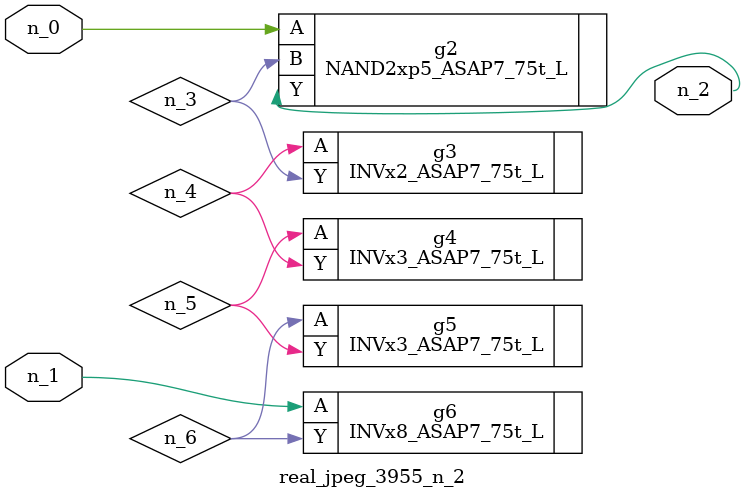
<source format=v>
module real_jpeg_3955_n_2 (n_1, n_0, n_2);

input n_1;
input n_0;

output n_2;

wire n_5;
wire n_4;
wire n_6;
wire n_3;

NAND2xp5_ASAP7_75t_L g2 ( 
.A(n_0),
.B(n_3),
.Y(n_2)
);

INVx8_ASAP7_75t_L g6 ( 
.A(n_1),
.Y(n_6)
);

INVx2_ASAP7_75t_L g3 ( 
.A(n_4),
.Y(n_3)
);

INVx3_ASAP7_75t_L g4 ( 
.A(n_5),
.Y(n_4)
);

INVx3_ASAP7_75t_L g5 ( 
.A(n_6),
.Y(n_5)
);


endmodule
</source>
